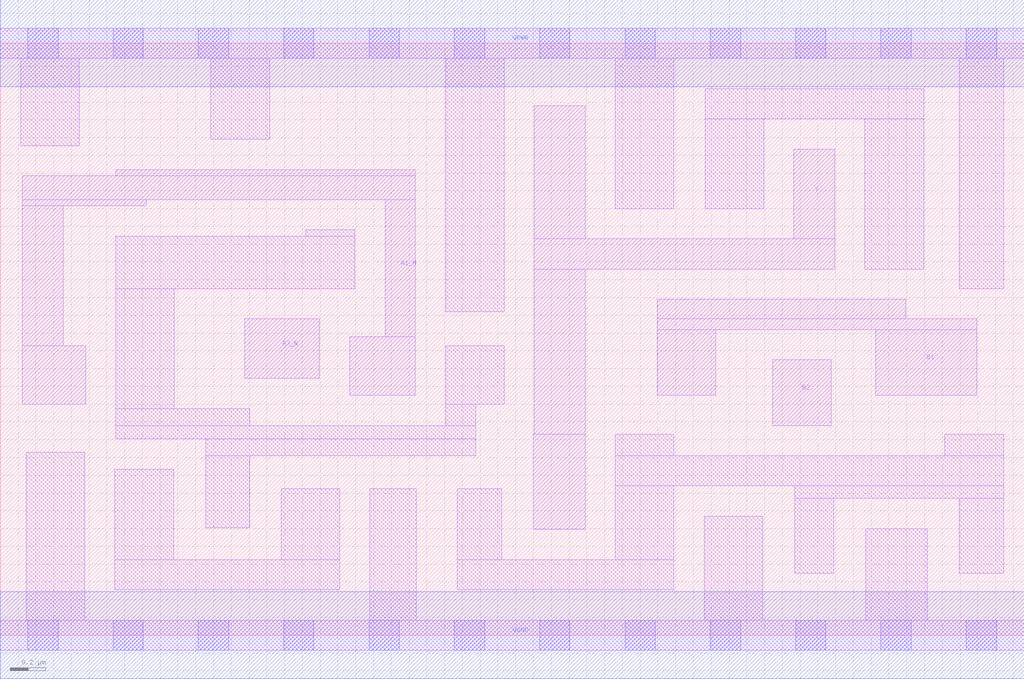
<source format=lef>
# Copyright 2020 The SkyWater PDK Authors
#
# Licensed under the Apache License, Version 2.0 (the "License");
# you may not use this file except in compliance with the License.
# You may obtain a copy of the License at
#
#     https://www.apache.org/licenses/LICENSE-2.0
#
# Unless required by applicable law or agreed to in writing, software
# distributed under the License is distributed on an "AS IS" BASIS,
# WITHOUT WARRANTIES OR CONDITIONS OF ANY KIND, either express or implied.
# See the License for the specific language governing permissions and
# limitations under the License.
#
# SPDX-License-Identifier: Apache-2.0

VERSION 5.7 ;
  NAMESCASESENSITIVE ON ;
  NOWIREEXTENSIONATPIN ON ;
  DIVIDERCHAR "/" ;
  BUSBITCHARS "[]" ;
UNITS
  DATABASE MICRONS 200 ;
END UNITS
MACRO sky130_fd_sc_ms__o2bb2ai_2
  CLASS CORE ;
  SOURCE USER ;
  FOREIGN sky130_fd_sc_ms__o2bb2ai_2 ;
  ORIGIN  0.000000  0.000000 ;
  SIZE  5.760000 BY  3.330000 ;
  SYMMETRY X Y ;
  SITE unit ;
  PIN A1_N
    ANTENNAGATEAREA  0.494400 ;
    DIRECTION INPUT ;
    USE SIGNAL ;
    PORT
      LAYER li1 ;
        RECT 0.125000 1.300000 0.480000 1.630000 ;
        RECT 0.125000 1.630000 0.355000 2.415000 ;
        RECT 0.125000 2.415000 0.820000 2.450000 ;
        RECT 0.125000 2.450000 2.335000 2.585000 ;
        RECT 0.650000 2.585000 2.335000 2.620000 ;
        RECT 1.965000 1.350000 2.335000 1.680000 ;
        RECT 2.165000 1.680000 2.335000 2.450000 ;
    END
  END A1_N
  PIN A2_N
    ANTENNAGATEAREA  0.494400 ;
    DIRECTION INPUT ;
    USE SIGNAL ;
    PORT
      LAYER li1 ;
        RECT 1.375000 1.445000 1.795000 1.780000 ;
    END
  END A2_N
  PIN B1
    ANTENNAGATEAREA  0.625200 ;
    DIRECTION INPUT ;
    USE SIGNAL ;
    PORT
      LAYER li1 ;
        RECT 3.695000 1.350000 4.025000 1.720000 ;
        RECT 3.695000 1.720000 5.495000 1.780000 ;
        RECT 3.695000 1.780000 5.095000 1.890000 ;
        RECT 4.925000 1.350000 5.495000 1.720000 ;
    END
  END B1
  PIN B2
    ANTENNAGATEAREA  0.625200 ;
    DIRECTION INPUT ;
    USE SIGNAL ;
    PORT
      LAYER li1 ;
        RECT 4.345000 1.180000 4.675000 1.550000 ;
    END
  END B2
  PIN Y
    ANTENNADIFFAREA  0.828800 ;
    DIRECTION OUTPUT ;
    USE SIGNAL ;
    PORT
      LAYER li1 ;
        RECT 3.000000 0.595000 3.290000 1.130000 ;
        RECT 3.005000 1.130000 3.290000 2.060000 ;
        RECT 3.005000 2.060000 4.695000 2.230000 ;
        RECT 3.005000 2.230000 3.290000 2.980000 ;
        RECT 4.465000 2.230000 4.695000 2.735000 ;
    END
  END Y
  PIN VGND
    DIRECTION INOUT ;
    USE GROUND ;
    PORT
      LAYER met1 ;
        RECT 0.000000 -0.245000 5.760000 0.245000 ;
    END
  END VGND
  PIN VPWR
    DIRECTION INOUT ;
    USE POWER ;
    PORT
      LAYER met1 ;
        RECT 0.000000 3.085000 5.760000 3.575000 ;
    END
  END VPWR
  OBS
    LAYER li1 ;
      RECT 0.000000 -0.085000 5.760000 0.085000 ;
      RECT 0.000000  3.245000 5.760000 3.415000 ;
      RECT 0.115000  2.755000 0.445000 3.245000 ;
      RECT 0.145000  0.085000 0.475000 1.030000 ;
      RECT 0.645000  0.255000 1.910000 0.425000 ;
      RECT 0.645000  0.425000 0.975000 0.935000 ;
      RECT 0.650000  1.105000 2.675000 1.180000 ;
      RECT 0.650000  1.180000 1.405000 1.275000 ;
      RECT 0.650000  1.275000 0.980000 1.950000 ;
      RECT 0.650000  1.950000 1.995000 2.245000 ;
      RECT 1.155000  0.605000 1.405000 1.010000 ;
      RECT 1.155000  1.010000 2.675000 1.105000 ;
      RECT 1.185000  2.790000 1.515000 3.245000 ;
      RECT 1.580000  0.425000 1.910000 0.825000 ;
      RECT 1.720000  2.245000 1.995000 2.280000 ;
      RECT 2.080000  0.085000 2.340000 0.825000 ;
      RECT 2.505000  1.180000 2.675000 1.300000 ;
      RECT 2.505000  1.300000 2.835000 1.630000 ;
      RECT 2.505000  1.820000 2.835000 3.245000 ;
      RECT 2.570000  0.255000 3.790000 0.425000 ;
      RECT 2.570000  0.425000 2.820000 0.825000 ;
      RECT 3.460000  0.425000 3.790000 0.840000 ;
      RECT 3.460000  0.840000 5.645000 1.010000 ;
      RECT 3.460000  1.010000 3.790000 1.130000 ;
      RECT 3.460000  2.400000 3.790000 3.245000 ;
      RECT 3.960000  0.085000 4.290000 0.670000 ;
      RECT 3.965000  2.400000 4.295000 2.905000 ;
      RECT 3.965000  2.905000 5.195000 3.075000 ;
      RECT 4.470000  0.350000 4.690000 0.770000 ;
      RECT 4.470000  0.770000 5.645000 0.840000 ;
      RECT 4.865000  2.060000 5.195000 2.905000 ;
      RECT 4.870000  0.085000 5.215000 0.600000 ;
      RECT 5.315000  1.010000 5.645000 1.130000 ;
      RECT 5.395000  0.350000 5.645000 0.770000 ;
      RECT 5.395000  1.950000 5.645000 3.245000 ;
    LAYER mcon ;
      RECT 0.155000 -0.085000 0.325000 0.085000 ;
      RECT 0.155000  3.245000 0.325000 3.415000 ;
      RECT 0.635000 -0.085000 0.805000 0.085000 ;
      RECT 0.635000  3.245000 0.805000 3.415000 ;
      RECT 1.115000 -0.085000 1.285000 0.085000 ;
      RECT 1.115000  3.245000 1.285000 3.415000 ;
      RECT 1.595000 -0.085000 1.765000 0.085000 ;
      RECT 1.595000  3.245000 1.765000 3.415000 ;
      RECT 2.075000 -0.085000 2.245000 0.085000 ;
      RECT 2.075000  3.245000 2.245000 3.415000 ;
      RECT 2.555000 -0.085000 2.725000 0.085000 ;
      RECT 2.555000  3.245000 2.725000 3.415000 ;
      RECT 3.035000 -0.085000 3.205000 0.085000 ;
      RECT 3.035000  3.245000 3.205000 3.415000 ;
      RECT 3.515000 -0.085000 3.685000 0.085000 ;
      RECT 3.515000  3.245000 3.685000 3.415000 ;
      RECT 3.995000 -0.085000 4.165000 0.085000 ;
      RECT 3.995000  3.245000 4.165000 3.415000 ;
      RECT 4.475000 -0.085000 4.645000 0.085000 ;
      RECT 4.475000  3.245000 4.645000 3.415000 ;
      RECT 4.955000 -0.085000 5.125000 0.085000 ;
      RECT 4.955000  3.245000 5.125000 3.415000 ;
      RECT 5.435000 -0.085000 5.605000 0.085000 ;
      RECT 5.435000  3.245000 5.605000 3.415000 ;
  END
END sky130_fd_sc_ms__o2bb2ai_2
END LIBRARY

</source>
